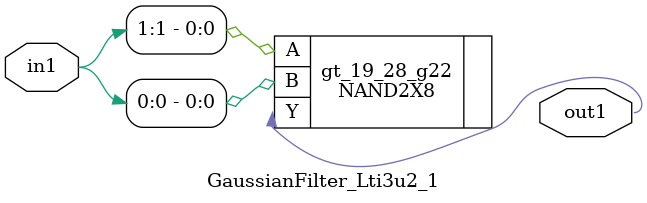
<source format=v>
`timescale 1ps / 1ps


module GaussianFilter_Lti3u2_1(in1, out1);
  input [1:0] in1;
  output out1;
  wire [1:0] in1;
  wire out1;
  NAND2X8 gt_19_28_g22(.A (in1[1]), .B (in1[0]), .Y (out1));
endmodule


</source>
